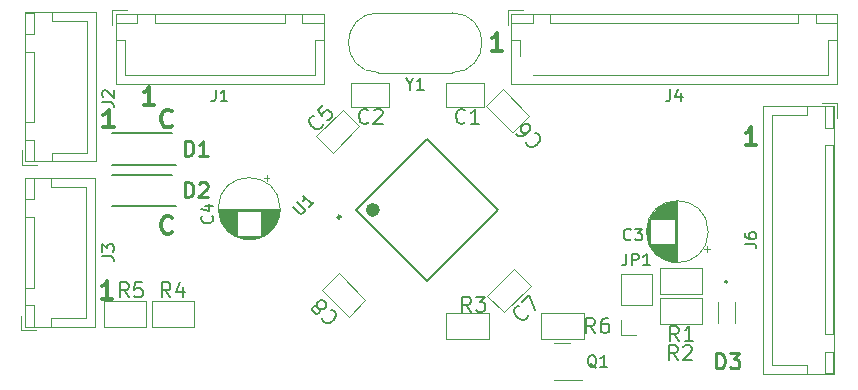
<source format=gbr>
%TF.GenerationSoftware,KiCad,Pcbnew,(6.0.5)*%
%TF.CreationDate,2022-06-13T21:30:09+05:30*%
%TF.ProjectId,pcb-dev-dsPIC30F3011,7063622d-6465-4762-9d64-735049433330,rev?*%
%TF.SameCoordinates,Original*%
%TF.FileFunction,Legend,Top*%
%TF.FilePolarity,Positive*%
%FSLAX46Y46*%
G04 Gerber Fmt 4.6, Leading zero omitted, Abs format (unit mm)*
G04 Created by KiCad (PCBNEW (6.0.5)) date 2022-06-13 21:30:09*
%MOMM*%
%LPD*%
G01*
G04 APERTURE LIST*
%ADD10C,0.300000*%
%ADD11C,0.150000*%
%ADD12C,0.254000*%
%ADD13C,0.080000*%
%ADD14C,0.120000*%
%ADD15C,0.599999*%
%ADD16C,0.249999*%
%ADD17C,0.200000*%
%ADD18C,0.100000*%
G04 APERTURE END LIST*
D10*
X135428571Y-120278571D02*
X134571428Y-120278571D01*
X135000000Y-120278571D02*
X135000000Y-118778571D01*
X134857142Y-118992857D01*
X134714285Y-119135714D01*
X134571428Y-119207142D01*
X136964285Y-122035714D02*
X136892857Y-122107142D01*
X136678571Y-122178571D01*
X136535714Y-122178571D01*
X136321428Y-122107142D01*
X136178571Y-121964285D01*
X136107142Y-121821428D01*
X136035714Y-121535714D01*
X136035714Y-121321428D01*
X136107142Y-121035714D01*
X136178571Y-120892857D01*
X136321428Y-120750000D01*
X136535714Y-120678571D01*
X136678571Y-120678571D01*
X136892857Y-120750000D01*
X136964285Y-120821428D01*
X164928571Y-115678571D02*
X164071428Y-115678571D01*
X164500000Y-115678571D02*
X164500000Y-114178571D01*
X164357142Y-114392857D01*
X164214285Y-114535714D01*
X164071428Y-114607142D01*
X131928571Y-136678571D02*
X131071428Y-136678571D01*
X131500000Y-136678571D02*
X131500000Y-135178571D01*
X131357142Y-135392857D01*
X131214285Y-135535714D01*
X131071428Y-135607142D01*
X132028571Y-122178571D02*
X131171428Y-122178571D01*
X131600000Y-122178571D02*
X131600000Y-120678571D01*
X131457142Y-120892857D01*
X131314285Y-121035714D01*
X131171428Y-121107142D01*
X136964285Y-131035714D02*
X136892857Y-131107142D01*
X136678571Y-131178571D01*
X136535714Y-131178571D01*
X136321428Y-131107142D01*
X136178571Y-130964285D01*
X136107142Y-130821428D01*
X136035714Y-130535714D01*
X136035714Y-130321428D01*
X136107142Y-130035714D01*
X136178571Y-129892857D01*
X136321428Y-129750000D01*
X136535714Y-129678571D01*
X136678571Y-129678571D01*
X136892857Y-129750000D01*
X136964285Y-129821428D01*
X186428571Y-123678571D02*
X185571428Y-123678571D01*
X186000000Y-123678571D02*
X186000000Y-122178571D01*
X185857142Y-122392857D01*
X185714285Y-122535714D01*
X185571428Y-122607142D01*
D11*
%TO.C,R6*%
X172788333Y-139574523D02*
X172365000Y-138969761D01*
X172062619Y-139574523D02*
X172062619Y-138304523D01*
X172546428Y-138304523D01*
X172667380Y-138365000D01*
X172727857Y-138425476D01*
X172788333Y-138546428D01*
X172788333Y-138727857D01*
X172727857Y-138848809D01*
X172667380Y-138909285D01*
X172546428Y-138969761D01*
X172062619Y-138969761D01*
X173876904Y-138304523D02*
X173635000Y-138304523D01*
X173514047Y-138365000D01*
X173453571Y-138425476D01*
X173332619Y-138606904D01*
X173272142Y-138848809D01*
X173272142Y-139332619D01*
X173332619Y-139453571D01*
X173393095Y-139514047D01*
X173514047Y-139574523D01*
X173755952Y-139574523D01*
X173876904Y-139514047D01*
X173937380Y-139453571D01*
X173997857Y-139332619D01*
X173997857Y-139030238D01*
X173937380Y-138909285D01*
X173876904Y-138848809D01*
X173755952Y-138788333D01*
X173514047Y-138788333D01*
X173393095Y-138848809D01*
X173332619Y-138909285D01*
X173272142Y-139030238D01*
%TO.C,Y1*%
X157083809Y-118501190D02*
X157083809Y-118977380D01*
X156750476Y-117977380D02*
X157083809Y-118501190D01*
X157417142Y-117977380D01*
X158274285Y-118977380D02*
X157702857Y-118977380D01*
X157988571Y-118977380D02*
X157988571Y-117977380D01*
X157893333Y-118120238D01*
X157798095Y-118215476D01*
X157702857Y-118263095D01*
%TO.C,U1*%
X147179836Y-128883835D02*
X147752256Y-129456254D01*
X147853271Y-129489926D01*
X147920615Y-129489926D01*
X148021630Y-129456254D01*
X148156317Y-129321567D01*
X148189989Y-129220552D01*
X148189989Y-129153209D01*
X148156317Y-129052193D01*
X147583897Y-128479774D01*
X148998111Y-128479774D02*
X148594050Y-128883835D01*
X148796080Y-128681804D02*
X148088973Y-127974697D01*
X148122645Y-128143056D01*
X148122645Y-128277743D01*
X148088973Y-128378758D01*
%TO.C,C7*%
X167098295Y-138043150D02*
X167098295Y-138128676D01*
X167012769Y-138299729D01*
X166927243Y-138385255D01*
X166756190Y-138470781D01*
X166585138Y-138470781D01*
X166456848Y-138428018D01*
X166243033Y-138299729D01*
X166114743Y-138171439D01*
X165986454Y-137957624D01*
X165943691Y-137829334D01*
X165943691Y-137658282D01*
X166029217Y-137487229D01*
X166114743Y-137401703D01*
X166285796Y-137316177D01*
X166371322Y-137316177D01*
X166585138Y-136931309D02*
X167183821Y-136332625D01*
X167696979Y-137615519D01*
%TO.C,JP1*%
X175441666Y-132862380D02*
X175441666Y-133576666D01*
X175394047Y-133719523D01*
X175298809Y-133814761D01*
X175155952Y-133862380D01*
X175060714Y-133862380D01*
X175917857Y-133862380D02*
X175917857Y-132862380D01*
X176298809Y-132862380D01*
X176394047Y-132910000D01*
X176441666Y-132957619D01*
X176489285Y-133052857D01*
X176489285Y-133195714D01*
X176441666Y-133290952D01*
X176394047Y-133338571D01*
X176298809Y-133386190D01*
X175917857Y-133386190D01*
X177441666Y-133862380D02*
X176870238Y-133862380D01*
X177155952Y-133862380D02*
X177155952Y-132862380D01*
X177060714Y-133005238D01*
X176965476Y-133100476D01*
X176870238Y-133148095D01*
%TO.C,C5*%
X149743808Y-121897638D02*
X149743808Y-121983164D01*
X149658282Y-122154217D01*
X149572756Y-122239743D01*
X149401703Y-122325269D01*
X149230651Y-122325269D01*
X149102361Y-122282506D01*
X148888546Y-122154217D01*
X148760256Y-122025927D01*
X148631967Y-121812112D01*
X148589204Y-121683822D01*
X148589204Y-121512770D01*
X148674730Y-121341717D01*
X148760256Y-121256191D01*
X148931309Y-121170665D01*
X149016835Y-121170665D01*
X149743808Y-120272639D02*
X149316177Y-120700270D01*
X149701045Y-121170665D01*
X149701045Y-121085139D01*
X149743808Y-120956849D01*
X149957624Y-120743034D01*
X150085913Y-120700270D01*
X150171439Y-120700270D01*
X150299729Y-120743034D01*
X150513544Y-120956849D01*
X150556307Y-121085139D01*
X150556307Y-121170665D01*
X150513544Y-121298954D01*
X150299729Y-121512770D01*
X150171439Y-121555533D01*
X150085913Y-121555533D01*
%TO.C,C2*%
X153588333Y-121753571D02*
X153527857Y-121814047D01*
X153346428Y-121874523D01*
X153225476Y-121874523D01*
X153044047Y-121814047D01*
X152923095Y-121693095D01*
X152862619Y-121572142D01*
X152802142Y-121330238D01*
X152802142Y-121148809D01*
X152862619Y-120906904D01*
X152923095Y-120785952D01*
X153044047Y-120665000D01*
X153225476Y-120604523D01*
X153346428Y-120604523D01*
X153527857Y-120665000D01*
X153588333Y-120725476D01*
X154072142Y-120725476D02*
X154132619Y-120665000D01*
X154253571Y-120604523D01*
X154555952Y-120604523D01*
X154676904Y-120665000D01*
X154737380Y-120725476D01*
X154797857Y-120846428D01*
X154797857Y-120967380D01*
X154737380Y-121148809D01*
X154011666Y-121874523D01*
X154797857Y-121874523D01*
%TO.C,C1*%
X161788333Y-121753571D02*
X161727857Y-121814047D01*
X161546428Y-121874523D01*
X161425476Y-121874523D01*
X161244047Y-121814047D01*
X161123095Y-121693095D01*
X161062619Y-121572142D01*
X161002142Y-121330238D01*
X161002142Y-121148809D01*
X161062619Y-120906904D01*
X161123095Y-120785952D01*
X161244047Y-120665000D01*
X161425476Y-120604523D01*
X161546428Y-120604523D01*
X161727857Y-120665000D01*
X161788333Y-120725476D01*
X162997857Y-121874523D02*
X162272142Y-121874523D01*
X162635000Y-121874523D02*
X162635000Y-120604523D01*
X162514047Y-120785952D01*
X162393095Y-120906904D01*
X162272142Y-120967380D01*
%TO.C,J4*%
X179166666Y-118952380D02*
X179166666Y-119666666D01*
X179119047Y-119809523D01*
X179023809Y-119904761D01*
X178880952Y-119952380D01*
X178785714Y-119952380D01*
X180071428Y-119285714D02*
X180071428Y-119952380D01*
X179833333Y-118904761D02*
X179595238Y-119619047D01*
X180214285Y-119619047D01*
%TO.C,C8*%
X150397638Y-137610678D02*
X150483164Y-137610678D01*
X150654217Y-137696204D01*
X150739743Y-137781731D01*
X150825269Y-137952783D01*
X150825269Y-138123835D01*
X150782506Y-138252125D01*
X150654217Y-138465940D01*
X150525927Y-138594230D01*
X150312112Y-138722519D01*
X150183822Y-138765282D01*
X150012770Y-138765282D01*
X149841717Y-138679756D01*
X149756191Y-138594230D01*
X149670665Y-138423177D01*
X149670665Y-138337651D01*
X149456849Y-137525152D02*
X149499612Y-137653441D01*
X149499612Y-137738967D01*
X149456849Y-137867257D01*
X149414086Y-137910020D01*
X149285797Y-137952783D01*
X149200270Y-137952783D01*
X149071981Y-137910020D01*
X148900929Y-137738967D01*
X148858165Y-137610678D01*
X148858165Y-137525152D01*
X148900929Y-137396862D01*
X148943692Y-137354099D01*
X149071981Y-137311336D01*
X149157507Y-137311336D01*
X149285797Y-137354099D01*
X149456849Y-137525152D01*
X149585139Y-137567915D01*
X149670665Y-137567915D01*
X149798954Y-137525152D01*
X149970007Y-137354099D01*
X150012770Y-137225810D01*
X150012770Y-137140284D01*
X149970007Y-137011994D01*
X149798954Y-136840942D01*
X149670665Y-136798179D01*
X149585139Y-136798179D01*
X149456849Y-136840942D01*
X149285797Y-137011994D01*
X149243034Y-137140284D01*
X149243034Y-137225810D01*
X149285797Y-137354099D01*
%TO.C,C6*%
X167708872Y-122656191D02*
X167794398Y-122656191D01*
X167965451Y-122741717D01*
X168050977Y-122827244D01*
X168136503Y-122998296D01*
X168136503Y-123169348D01*
X168093740Y-123297638D01*
X167965451Y-123511453D01*
X167837161Y-123639743D01*
X167623346Y-123768032D01*
X167495056Y-123810795D01*
X167324004Y-123810795D01*
X167152951Y-123725269D01*
X167067425Y-123639743D01*
X166981899Y-123468690D01*
X166981899Y-123383164D01*
X166126636Y-122698954D02*
X166297689Y-122870007D01*
X166425978Y-122912770D01*
X166511504Y-122912770D01*
X166725320Y-122870007D01*
X166939136Y-122741717D01*
X167281241Y-122399612D01*
X167324004Y-122271323D01*
X167324004Y-122185797D01*
X167281241Y-122057507D01*
X167110188Y-121886455D01*
X166981899Y-121843692D01*
X166896373Y-121843692D01*
X166768083Y-121886455D01*
X166554268Y-122100270D01*
X166511504Y-122228560D01*
X166511504Y-122314086D01*
X166554268Y-122442375D01*
X166725320Y-122613428D01*
X166853609Y-122656191D01*
X166939136Y-122656191D01*
X167067425Y-122613428D01*
%TO.C,R2*%
X179788333Y-141874523D02*
X179365000Y-141269761D01*
X179062619Y-141874523D02*
X179062619Y-140604523D01*
X179546428Y-140604523D01*
X179667380Y-140665000D01*
X179727857Y-140725476D01*
X179788333Y-140846428D01*
X179788333Y-141027857D01*
X179727857Y-141148809D01*
X179667380Y-141209285D01*
X179546428Y-141269761D01*
X179062619Y-141269761D01*
X180272142Y-140725476D02*
X180332619Y-140665000D01*
X180453571Y-140604523D01*
X180755952Y-140604523D01*
X180876904Y-140665000D01*
X180937380Y-140725476D01*
X180997857Y-140846428D01*
X180997857Y-140967380D01*
X180937380Y-141148809D01*
X180211666Y-141874523D01*
X180997857Y-141874523D01*
%TO.C,R5*%
X133288333Y-136574523D02*
X132865000Y-135969761D01*
X132562619Y-136574523D02*
X132562619Y-135304523D01*
X133046428Y-135304523D01*
X133167380Y-135365000D01*
X133227857Y-135425476D01*
X133288333Y-135546428D01*
X133288333Y-135727857D01*
X133227857Y-135848809D01*
X133167380Y-135909285D01*
X133046428Y-135969761D01*
X132562619Y-135969761D01*
X134437380Y-135304523D02*
X133832619Y-135304523D01*
X133772142Y-135909285D01*
X133832619Y-135848809D01*
X133953571Y-135788333D01*
X134255952Y-135788333D01*
X134376904Y-135848809D01*
X134437380Y-135909285D01*
X134497857Y-136030238D01*
X134497857Y-136332619D01*
X134437380Y-136453571D01*
X134376904Y-136514047D01*
X134255952Y-136574523D01*
X133953571Y-136574523D01*
X133832619Y-136514047D01*
X133772142Y-136453571D01*
%TO.C,R4*%
X136838333Y-136574523D02*
X136415000Y-135969761D01*
X136112619Y-136574523D02*
X136112619Y-135304523D01*
X136596428Y-135304523D01*
X136717380Y-135365000D01*
X136777857Y-135425476D01*
X136838333Y-135546428D01*
X136838333Y-135727857D01*
X136777857Y-135848809D01*
X136717380Y-135909285D01*
X136596428Y-135969761D01*
X136112619Y-135969761D01*
X137926904Y-135727857D02*
X137926904Y-136574523D01*
X137624523Y-135244047D02*
X137322142Y-136151190D01*
X138108333Y-136151190D01*
D12*
%TO.C,D2*%
X138062619Y-128074523D02*
X138062619Y-126804523D01*
X138365000Y-126804523D01*
X138546428Y-126865000D01*
X138667380Y-126985952D01*
X138727857Y-127106904D01*
X138788333Y-127348809D01*
X138788333Y-127530238D01*
X138727857Y-127772142D01*
X138667380Y-127893095D01*
X138546428Y-128014047D01*
X138365000Y-128074523D01*
X138062619Y-128074523D01*
X139272142Y-126925476D02*
X139332619Y-126865000D01*
X139453571Y-126804523D01*
X139755952Y-126804523D01*
X139876904Y-126865000D01*
X139937380Y-126925476D01*
X139997857Y-127046428D01*
X139997857Y-127167380D01*
X139937380Y-127348809D01*
X139211666Y-128074523D01*
X139997857Y-128074523D01*
D11*
%TO.C,J2*%
X131052380Y-120033333D02*
X131766666Y-120033333D01*
X131909523Y-120080952D01*
X132004761Y-120176190D01*
X132052380Y-120319047D01*
X132052380Y-120414285D01*
X131147619Y-119604761D02*
X131100000Y-119557142D01*
X131052380Y-119461904D01*
X131052380Y-119223809D01*
X131100000Y-119128571D01*
X131147619Y-119080952D01*
X131242857Y-119033333D01*
X131338095Y-119033333D01*
X131480952Y-119080952D01*
X132052380Y-119652380D01*
X132052380Y-119033333D01*
%TO.C,J1*%
X140666666Y-118977380D02*
X140666666Y-119691666D01*
X140619047Y-119834523D01*
X140523809Y-119929761D01*
X140380952Y-119977380D01*
X140285714Y-119977380D01*
X141666666Y-119977380D02*
X141095238Y-119977380D01*
X141380952Y-119977380D02*
X141380952Y-118977380D01*
X141285714Y-119120238D01*
X141190476Y-119215476D01*
X141095238Y-119263095D01*
%TO.C,C4*%
X140357142Y-129666666D02*
X140404761Y-129714285D01*
X140452380Y-129857142D01*
X140452380Y-129952380D01*
X140404761Y-130095238D01*
X140309523Y-130190476D01*
X140214285Y-130238095D01*
X140023809Y-130285714D01*
X139880952Y-130285714D01*
X139690476Y-130238095D01*
X139595238Y-130190476D01*
X139500000Y-130095238D01*
X139452380Y-129952380D01*
X139452380Y-129857142D01*
X139500000Y-129714285D01*
X139547619Y-129666666D01*
X139785714Y-128809523D02*
X140452380Y-128809523D01*
X139404761Y-129047619D02*
X140119047Y-129285714D01*
X140119047Y-128666666D01*
%TO.C,Q1*%
X172904761Y-142547619D02*
X172809523Y-142500000D01*
X172714285Y-142404761D01*
X172571428Y-142261904D01*
X172476190Y-142214285D01*
X172380952Y-142214285D01*
X172428571Y-142452380D02*
X172333333Y-142404761D01*
X172238095Y-142309523D01*
X172190476Y-142119047D01*
X172190476Y-141785714D01*
X172238095Y-141595238D01*
X172333333Y-141500000D01*
X172428571Y-141452380D01*
X172619047Y-141452380D01*
X172714285Y-141500000D01*
X172809523Y-141595238D01*
X172857142Y-141785714D01*
X172857142Y-142119047D01*
X172809523Y-142309523D01*
X172714285Y-142404761D01*
X172619047Y-142452380D01*
X172428571Y-142452380D01*
X173809523Y-142452380D02*
X173238095Y-142452380D01*
X173523809Y-142452380D02*
X173523809Y-141452380D01*
X173428571Y-141595238D01*
X173333333Y-141690476D01*
X173238095Y-141738095D01*
D12*
%TO.C,D3*%
X183062619Y-142574523D02*
X183062619Y-141304523D01*
X183365000Y-141304523D01*
X183546428Y-141365000D01*
X183667380Y-141485952D01*
X183727857Y-141606904D01*
X183788333Y-141848809D01*
X183788333Y-142030238D01*
X183727857Y-142272142D01*
X183667380Y-142393095D01*
X183546428Y-142514047D01*
X183365000Y-142574523D01*
X183062619Y-142574523D01*
X184211666Y-141304523D02*
X184997857Y-141304523D01*
X184574523Y-141788333D01*
X184755952Y-141788333D01*
X184876904Y-141848809D01*
X184937380Y-141909285D01*
X184997857Y-142030238D01*
X184997857Y-142332619D01*
X184937380Y-142453571D01*
X184876904Y-142514047D01*
X184755952Y-142574523D01*
X184393095Y-142574523D01*
X184272142Y-142514047D01*
X184211666Y-142453571D01*
%TO.C,D1*%
X138062619Y-124574523D02*
X138062619Y-123304523D01*
X138365000Y-123304523D01*
X138546428Y-123365000D01*
X138667380Y-123485952D01*
X138727857Y-123606904D01*
X138788333Y-123848809D01*
X138788333Y-124030238D01*
X138727857Y-124272142D01*
X138667380Y-124393095D01*
X138546428Y-124514047D01*
X138365000Y-124574523D01*
X138062619Y-124574523D01*
X139997857Y-124574523D02*
X139272142Y-124574523D01*
X139635000Y-124574523D02*
X139635000Y-123304523D01*
X139514047Y-123485952D01*
X139393095Y-123606904D01*
X139272142Y-123667380D01*
D11*
%TO.C,J6*%
X185452380Y-132033333D02*
X186166666Y-132033333D01*
X186309523Y-132080952D01*
X186404761Y-132176190D01*
X186452380Y-132319047D01*
X186452380Y-132414285D01*
X185452380Y-131128571D02*
X185452380Y-131319047D01*
X185500000Y-131414285D01*
X185547619Y-131461904D01*
X185690476Y-131557142D01*
X185880952Y-131604761D01*
X186261904Y-131604761D01*
X186357142Y-131557142D01*
X186404761Y-131509523D01*
X186452380Y-131414285D01*
X186452380Y-131223809D01*
X186404761Y-131128571D01*
X186357142Y-131080952D01*
X186261904Y-131033333D01*
X186023809Y-131033333D01*
X185928571Y-131080952D01*
X185880952Y-131128571D01*
X185833333Y-131223809D01*
X185833333Y-131414285D01*
X185880952Y-131509523D01*
X185928571Y-131557142D01*
X186023809Y-131604761D01*
%TO.C,R1*%
X179888333Y-140274523D02*
X179465000Y-139669761D01*
X179162619Y-140274523D02*
X179162619Y-139004523D01*
X179646428Y-139004523D01*
X179767380Y-139065000D01*
X179827857Y-139125476D01*
X179888333Y-139246428D01*
X179888333Y-139427857D01*
X179827857Y-139548809D01*
X179767380Y-139609285D01*
X179646428Y-139669761D01*
X179162619Y-139669761D01*
X181097857Y-140274523D02*
X180372142Y-140274523D01*
X180735000Y-140274523D02*
X180735000Y-139004523D01*
X180614047Y-139185952D01*
X180493095Y-139306904D01*
X180372142Y-139367380D01*
%TO.C,J3*%
X131052380Y-133083333D02*
X131766666Y-133083333D01*
X131909523Y-133130952D01*
X132004761Y-133226190D01*
X132052380Y-133369047D01*
X132052380Y-133464285D01*
X131052380Y-132702380D02*
X131052380Y-132083333D01*
X131433333Y-132416666D01*
X131433333Y-132273809D01*
X131480952Y-132178571D01*
X131528571Y-132130952D01*
X131623809Y-132083333D01*
X131861904Y-132083333D01*
X131957142Y-132130952D01*
X132004761Y-132178571D01*
X132052380Y-132273809D01*
X132052380Y-132559523D01*
X132004761Y-132654761D01*
X131957142Y-132702380D01*
%TO.C,R3*%
X162288333Y-137774523D02*
X161865000Y-137169761D01*
X161562619Y-137774523D02*
X161562619Y-136504523D01*
X162046428Y-136504523D01*
X162167380Y-136565000D01*
X162227857Y-136625476D01*
X162288333Y-136746428D01*
X162288333Y-136927857D01*
X162227857Y-137048809D01*
X162167380Y-137109285D01*
X162046428Y-137169761D01*
X161562619Y-137169761D01*
X162711666Y-136504523D02*
X163497857Y-136504523D01*
X163074523Y-136988333D01*
X163255952Y-136988333D01*
X163376904Y-137048809D01*
X163437380Y-137109285D01*
X163497857Y-137230238D01*
X163497857Y-137532619D01*
X163437380Y-137653571D01*
X163376904Y-137714047D01*
X163255952Y-137774523D01*
X162893095Y-137774523D01*
X162772142Y-137714047D01*
X162711666Y-137653571D01*
%TO.C,C3*%
X175833333Y-131641142D02*
X175785714Y-131688761D01*
X175642857Y-131736380D01*
X175547619Y-131736380D01*
X175404761Y-131688761D01*
X175309523Y-131593523D01*
X175261904Y-131498285D01*
X175214285Y-131307809D01*
X175214285Y-131164952D01*
X175261904Y-130974476D01*
X175309523Y-130879238D01*
X175404761Y-130784000D01*
X175547619Y-130736380D01*
X175642857Y-130736380D01*
X175785714Y-130784000D01*
X175833333Y-130831619D01*
X176166666Y-130736380D02*
X176785714Y-130736380D01*
X176452380Y-131117333D01*
X176595238Y-131117333D01*
X176690476Y-131164952D01*
X176738095Y-131212571D01*
X176785714Y-131307809D01*
X176785714Y-131545904D01*
X176738095Y-131641142D01*
X176690476Y-131688761D01*
X176595238Y-131736380D01*
X176309523Y-131736380D01*
X176214285Y-131688761D01*
X176166666Y-131641142D01*
D13*
%TO.C,R6*%
X168250000Y-137900000D02*
X171850000Y-137900000D01*
X171850000Y-137900000D02*
X171850000Y-140100000D01*
X168250000Y-140100000D02*
X168250000Y-137900000D01*
X171850000Y-140100000D02*
X168250000Y-140100000D01*
D14*
%TO.C,Y1*%
X160685000Y-117525000D02*
X154435000Y-117525000D01*
X160685000Y-112475000D02*
X154435000Y-112475000D01*
X154435000Y-112475000D02*
G75*
G03*
X154435000Y-117525000I0J-2525000D01*
G01*
X160685000Y-117525000D02*
G75*
G03*
X160685000Y-112475000I0J2525000D01*
G01*
D11*
%TO.C,U1*%
X158572756Y-135165216D02*
X152562348Y-129154808D01*
X164583164Y-129154808D02*
X158572756Y-123144400D01*
X158572756Y-135165216D02*
X164583164Y-129154808D01*
X152562348Y-129154808D02*
X158572756Y-123144400D01*
D15*
X154276561Y-129154809D02*
G75*
G03*
X154276561Y-129154809I-299999J0D01*
G01*
D16*
X151237781Y-129755850D02*
G75*
G03*
X151237781Y-129755850I-125001J0D01*
G01*
D13*
%TO.C,C7*%
X167338478Y-135575736D02*
X167267767Y-135646447D01*
X165075736Y-137838478D02*
X163661522Y-136424264D01*
X167267767Y-135646447D02*
X165075736Y-137838478D01*
X163661522Y-136424264D02*
X165924264Y-134161522D01*
X165924264Y-134161522D02*
X167338478Y-135575736D01*
D14*
%TO.C,JP1*%
X174945000Y-137180000D02*
X174945000Y-134580000D01*
X177605000Y-137180000D02*
X177605000Y-134580000D01*
X177605000Y-137180000D02*
X174945000Y-137180000D01*
X177605000Y-134580000D02*
X174945000Y-134580000D01*
X174945000Y-139780000D02*
X174945000Y-138450000D01*
X176275000Y-139780000D02*
X174945000Y-139780000D01*
D13*
%TO.C,C5*%
X150575736Y-124338478D02*
X149161522Y-122924264D01*
X152838478Y-122075736D02*
X150575736Y-124338478D01*
X149232233Y-122853553D02*
X151424264Y-120661522D01*
X149161522Y-122924264D02*
X149232233Y-122853553D01*
X151424264Y-120661522D02*
X152838478Y-122075736D01*
%TO.C,C2*%
X155362756Y-118427244D02*
X155362756Y-120427244D01*
X152162756Y-118427244D02*
X155362756Y-118427244D01*
X152162756Y-120427244D02*
X152162756Y-118427244D01*
X155362756Y-120427244D02*
X155262756Y-120427244D01*
X155262756Y-120427244D02*
X152162756Y-120427244D01*
%TO.C,C1*%
X160162756Y-118427244D02*
X160262756Y-118427244D01*
X160262756Y-118427244D02*
X163362756Y-118427244D01*
X163362756Y-120427244D02*
X160162756Y-120427244D01*
X163362756Y-118427244D02*
X163362756Y-120427244D01*
X160162756Y-120427244D02*
X160162756Y-118427244D01*
D14*
%TO.C,J4*%
X193300000Y-114800000D02*
X192550000Y-114800000D01*
X179500000Y-117750000D02*
X167510000Y-117750000D01*
X169000000Y-112550000D02*
X169000000Y-113300000D01*
X190000000Y-112550000D02*
X169000000Y-112550000D01*
X192550000Y-114800000D02*
X192550000Y-117750000D01*
X166450000Y-114800000D02*
X166450000Y-116140000D01*
X165700000Y-112550000D02*
X165700000Y-113300000D01*
X192550000Y-117750000D02*
X179500000Y-117750000D01*
X165690000Y-112540000D02*
X165690000Y-118510000D01*
X165700000Y-114800000D02*
X166450000Y-114800000D01*
X193300000Y-112550000D02*
X191500000Y-112550000D01*
X165690000Y-118510000D02*
X193310000Y-118510000D01*
X193310000Y-112540000D02*
X165690000Y-112540000D01*
X167500000Y-113300000D02*
X167500000Y-112550000D01*
X166650000Y-112250000D02*
X165400000Y-112250000D01*
X193310000Y-118510000D02*
X193310000Y-112540000D01*
X167500000Y-112550000D02*
X165700000Y-112550000D01*
X191500000Y-113300000D02*
X193300000Y-113300000D01*
X165400000Y-112250000D02*
X165400000Y-113500000D01*
X169000000Y-113300000D02*
X190000000Y-113300000D01*
X193300000Y-113300000D02*
X193300000Y-112550000D01*
X191500000Y-112550000D02*
X191500000Y-113300000D01*
X190000000Y-113300000D02*
X190000000Y-112550000D01*
X165700000Y-113300000D02*
X167500000Y-113300000D01*
D13*
%TO.C,C8*%
X151075736Y-134516010D02*
X153338478Y-136778752D01*
X151924264Y-138192966D02*
X151853553Y-138122255D01*
X149661522Y-135930224D02*
X151075736Y-134516010D01*
X151853553Y-138122255D02*
X149661522Y-135930224D01*
X153338478Y-136778752D02*
X151924264Y-138192966D01*
%TO.C,C6*%
X167238478Y-121178752D02*
X165824264Y-122592966D01*
X165824264Y-122592966D02*
X165753553Y-122522255D01*
X165753553Y-122522255D02*
X163561522Y-120330224D01*
X163561522Y-120330224D02*
X164975736Y-118916010D01*
X164975736Y-118916010D02*
X167238478Y-121178752D01*
%TO.C,R2*%
X181850000Y-138805113D02*
X178250000Y-138805113D01*
X181850000Y-136605113D02*
X181850000Y-138805113D01*
X178250000Y-136605113D02*
X181850000Y-136605113D01*
X178250000Y-138805113D02*
X178250000Y-136605113D01*
%TO.C,R5*%
X134800000Y-136900000D02*
X134800000Y-139100000D01*
X134800000Y-139100000D02*
X131200000Y-139100000D01*
X131200000Y-136900000D02*
X134800000Y-136900000D01*
X131200000Y-139100000D02*
X131200000Y-136900000D01*
%TO.C,R4*%
X138850000Y-136900000D02*
X138850000Y-139100000D01*
X135250000Y-139100000D02*
X135250000Y-136900000D01*
X135250000Y-136900000D02*
X138850000Y-136900000D01*
X138850000Y-139100000D02*
X135250000Y-139100000D01*
D17*
%TO.C,D2*%
X137002000Y-126168000D02*
X131898000Y-126168000D01*
X131898000Y-128832000D02*
X137275000Y-128832000D01*
D14*
%TO.C,J2*%
X124550000Y-123250000D02*
X124550000Y-125050000D01*
X125300000Y-121750000D02*
X125300000Y-115750000D01*
X124550000Y-121750000D02*
X125300000Y-121750000D01*
X124250000Y-124100000D02*
X124250000Y-125350000D01*
X125300000Y-112450000D02*
X124550000Y-112450000D01*
X129750000Y-113200000D02*
X129750000Y-118750000D01*
X125300000Y-114250000D02*
X125300000Y-112450000D01*
X124250000Y-125350000D02*
X125500000Y-125350000D01*
X129750000Y-124300000D02*
X129750000Y-118750000D01*
X124540000Y-112440000D02*
X124540000Y-125060000D01*
X124550000Y-114250000D02*
X125300000Y-114250000D01*
X124550000Y-115750000D02*
X124550000Y-121750000D01*
X125300000Y-125050000D02*
X125300000Y-123250000D01*
X126800000Y-124300000D02*
X129750000Y-124300000D01*
X124550000Y-125050000D02*
X125300000Y-125050000D01*
X124540000Y-125060000D02*
X130510000Y-125060000D01*
X125300000Y-115750000D02*
X124550000Y-115750000D01*
X130510000Y-112440000D02*
X124540000Y-112440000D01*
X126800000Y-113200000D02*
X129750000Y-113200000D01*
X124550000Y-112450000D02*
X124550000Y-114250000D01*
X126800000Y-112450000D02*
X126800000Y-113200000D01*
X126800000Y-125050000D02*
X126800000Y-124300000D01*
X130510000Y-125060000D02*
X130510000Y-112440000D01*
X125300000Y-123250000D02*
X124550000Y-123250000D01*
%TO.C,J1*%
X149800000Y-113300000D02*
X149800000Y-112550000D01*
X146500000Y-113300000D02*
X146500000Y-112550000D01*
X149810000Y-118510000D02*
X149810000Y-112540000D01*
X149810000Y-112540000D02*
X132190000Y-112540000D01*
X132200000Y-112550000D02*
X132200000Y-113300000D01*
X131900000Y-112250000D02*
X131900000Y-113500000D01*
X134000000Y-113300000D02*
X134000000Y-112550000D01*
X149800000Y-114800000D02*
X149050000Y-114800000D01*
X132950000Y-114800000D02*
X132950000Y-117750000D01*
X149800000Y-112550000D02*
X148000000Y-112550000D01*
X134000000Y-112550000D02*
X132200000Y-112550000D01*
X132950000Y-117750000D02*
X141000000Y-117750000D01*
X135500000Y-113300000D02*
X146500000Y-113300000D01*
X132200000Y-113300000D02*
X134000000Y-113300000D01*
X146500000Y-112550000D02*
X135500000Y-112550000D01*
X135500000Y-112550000D02*
X135500000Y-113300000D01*
X148000000Y-113300000D02*
X149800000Y-113300000D01*
X133150000Y-112250000D02*
X131900000Y-112250000D01*
X149050000Y-117750000D02*
X141000000Y-117750000D01*
X132190000Y-112540000D02*
X132190000Y-118510000D01*
X132200000Y-114800000D02*
X132950000Y-114800000D01*
X132190000Y-118510000D02*
X149810000Y-118510000D01*
X148000000Y-112550000D02*
X148000000Y-113300000D01*
X149050000Y-114800000D02*
X149050000Y-117750000D01*
%TO.C,C4*%
X142460000Y-129364888D02*
X140939000Y-129364888D01*
X146043000Y-129484888D02*
X144540000Y-129484888D01*
X142460000Y-129484888D02*
X140957000Y-129484888D01*
X142460000Y-130765888D02*
X141563000Y-130765888D01*
X142460000Y-130805888D02*
X141599000Y-130805888D01*
X142460000Y-129444888D02*
X140950000Y-129444888D01*
X142460000Y-130565888D02*
X141405000Y-130565888D01*
X145535000Y-130645888D02*
X144540000Y-130645888D01*
X142460000Y-131165888D02*
X142000000Y-131165888D01*
X145225000Y-126490113D02*
X144725000Y-126490113D01*
X146080000Y-129084888D02*
X140920000Y-129084888D01*
X144975000Y-126240113D02*
X144975000Y-126740113D01*
X142460000Y-130885888D02*
X141674000Y-130885888D01*
X146036000Y-129524888D02*
X144540000Y-129524888D01*
X142460000Y-130525888D02*
X141378000Y-130525888D01*
X142460000Y-131205888D02*
X142057000Y-131205888D01*
X142460000Y-131245888D02*
X142117000Y-131245888D01*
X144511000Y-131445888D02*
X142489000Y-131445888D01*
X142460000Y-130725888D02*
X141529000Y-130725888D01*
X146080000Y-129044888D02*
X140920000Y-129044888D01*
X142460000Y-130205888D02*
X141190000Y-130205888D01*
X145724000Y-130365888D02*
X144540000Y-130365888D01*
X142460000Y-131045888D02*
X141847000Y-131045888D01*
X145000000Y-131165888D02*
X144540000Y-131165888D01*
X145747000Y-130325888D02*
X144540000Y-130325888D01*
X142460000Y-130485888D02*
X141351000Y-130485888D01*
X142460000Y-131085888D02*
X141895000Y-131085888D01*
X145942000Y-129885888D02*
X144540000Y-129885888D01*
X142460000Y-130245888D02*
X141210000Y-130245888D01*
X145810000Y-130205888D02*
X144540000Y-130205888D01*
X143784000Y-131645888D02*
X143216000Y-131645888D01*
X145504000Y-130685888D02*
X144540000Y-130685888D01*
X142460000Y-130005888D02*
X141102000Y-130005888D01*
X142460000Y-130365888D02*
X141276000Y-130365888D01*
X145768000Y-130285888D02*
X144540000Y-130285888D01*
X145968000Y-129805888D02*
X144540000Y-129805888D01*
X145928000Y-129925888D02*
X144540000Y-129925888D01*
X146073000Y-129244888D02*
X140927000Y-129244888D01*
X142460000Y-129805888D02*
X141032000Y-129805888D01*
X145565000Y-130605888D02*
X144540000Y-130605888D01*
X142460000Y-130325888D02*
X141253000Y-130325888D01*
X145437000Y-130765888D02*
X144540000Y-130765888D01*
X145326000Y-130885888D02*
X144540000Y-130885888D01*
X144598000Y-131405888D02*
X142402000Y-131405888D01*
X145790000Y-130245888D02*
X144540000Y-130245888D01*
X145882000Y-130045888D02*
X144540000Y-130045888D01*
X144177000Y-131565888D02*
X142823000Y-131565888D01*
X144819000Y-131285888D02*
X144540000Y-131285888D01*
X142460000Y-131125888D02*
X141946000Y-131125888D01*
X142460000Y-130125888D02*
X141152000Y-130125888D01*
X142460000Y-129965888D02*
X141086000Y-129965888D01*
X145153000Y-131045888D02*
X144540000Y-131045888D01*
X142460000Y-130925888D02*
X141715000Y-130925888D01*
X142460000Y-130605888D02*
X141435000Y-130605888D01*
X146078000Y-129164888D02*
X140922000Y-129164888D01*
X142460000Y-129324888D02*
X140935000Y-129324888D01*
X142460000Y-129524888D02*
X140964000Y-129524888D01*
X145105000Y-131085888D02*
X144540000Y-131085888D01*
X142460000Y-129644888D02*
X140989000Y-129644888D01*
X146069000Y-129284888D02*
X144540000Y-129284888D01*
X145865000Y-130085888D02*
X144540000Y-130085888D01*
X142460000Y-130405888D02*
X141300000Y-130405888D01*
X142460000Y-131005888D02*
X141801000Y-131005888D01*
X144943000Y-131205888D02*
X144540000Y-131205888D01*
X142460000Y-130285888D02*
X141232000Y-130285888D01*
X145700000Y-130405888D02*
X144540000Y-130405888D01*
X142460000Y-129284888D02*
X140931000Y-129284888D01*
X144883000Y-131245888D02*
X144540000Y-131245888D01*
X144415000Y-131485888D02*
X142585000Y-131485888D01*
X142460000Y-130445888D02*
X141325000Y-130445888D01*
X142460000Y-130685888D02*
X141496000Y-130685888D01*
X145675000Y-130445888D02*
X144540000Y-130445888D01*
X142460000Y-130645888D02*
X141465000Y-130645888D01*
X144018000Y-131605888D02*
X142982000Y-131605888D01*
X142460000Y-129724888D02*
X141009000Y-129724888D01*
X145829000Y-130165888D02*
X144540000Y-130165888D01*
X144305000Y-131525888D02*
X142695000Y-131525888D01*
X145199000Y-131005888D02*
X144540000Y-131005888D01*
X145955000Y-129845888D02*
X144540000Y-129845888D01*
X145980000Y-129765888D02*
X144540000Y-129765888D01*
X146065000Y-129324888D02*
X144540000Y-129324888D01*
X144751000Y-131325888D02*
X144540000Y-131325888D01*
X146020000Y-129604888D02*
X144540000Y-129604888D01*
X145914000Y-129965888D02*
X144540000Y-129965888D01*
X146050000Y-129444888D02*
X144540000Y-129444888D01*
X145401000Y-130805888D02*
X144540000Y-130805888D01*
X146001000Y-129684888D02*
X144540000Y-129684888D01*
X146056000Y-129404888D02*
X144540000Y-129404888D01*
X142460000Y-129765888D02*
X141020000Y-129765888D01*
X146076000Y-129204888D02*
X140924000Y-129204888D01*
X144678000Y-131365888D02*
X142322000Y-131365888D01*
X142460000Y-129564888D02*
X140972000Y-129564888D01*
X146061000Y-129364888D02*
X144540000Y-129364888D01*
X142460000Y-129604888D02*
X140980000Y-129604888D01*
X142460000Y-129404888D02*
X140944000Y-129404888D01*
X146079000Y-129124888D02*
X140921000Y-129124888D01*
X142460000Y-130965888D02*
X141757000Y-130965888D01*
X145595000Y-130565888D02*
X144540000Y-130565888D01*
X145622000Y-130525888D02*
X144540000Y-130525888D01*
X145243000Y-130965888D02*
X144540000Y-130965888D01*
X145848000Y-130125888D02*
X144540000Y-130125888D01*
X145054000Y-131125888D02*
X144540000Y-131125888D01*
X142460000Y-129845888D02*
X141045000Y-129845888D01*
X142460000Y-130845888D02*
X141636000Y-130845888D01*
X142460000Y-131285888D02*
X142181000Y-131285888D01*
X145471000Y-130725888D02*
X144540000Y-130725888D01*
X145898000Y-130005888D02*
X144540000Y-130005888D01*
X145285000Y-130925888D02*
X144540000Y-130925888D01*
X142460000Y-131325888D02*
X142249000Y-131325888D01*
X146028000Y-129564888D02*
X144540000Y-129564888D01*
X145364000Y-130845888D02*
X144540000Y-130845888D01*
X142460000Y-130165888D02*
X141171000Y-130165888D01*
X142460000Y-130045888D02*
X141118000Y-130045888D01*
X142460000Y-129925888D02*
X141072000Y-129925888D01*
X142460000Y-129684888D02*
X140999000Y-129684888D01*
X142460000Y-130085888D02*
X141135000Y-130085888D01*
X146011000Y-129644888D02*
X144540000Y-129644888D01*
X145991000Y-129724888D02*
X144540000Y-129724888D01*
X145649000Y-130485888D02*
X144540000Y-130485888D01*
X142460000Y-129885888D02*
X141058000Y-129885888D01*
X146120000Y-129044888D02*
G75*
G03*
X146120000Y-129044888I-2620000J0D01*
G01*
%TO.C,Q1*%
X170000000Y-143560000D02*
X171675000Y-143560000D01*
X170000000Y-143560000D02*
X169350000Y-143560000D01*
X170000000Y-140440000D02*
X170650000Y-140440000D01*
X170000000Y-140440000D02*
X169350000Y-140440000D01*
D17*
%TO.C,D3*%
X184000000Y-135250000D02*
X184000000Y-135250000D01*
D18*
X184600000Y-136950000D02*
X184600000Y-138750000D01*
X183200000Y-136950000D02*
X183200000Y-138750000D01*
D17*
X183800000Y-135250000D02*
X183800000Y-135250000D01*
X184000000Y-135250000D02*
G75*
G03*
X183800000Y-135250000I-100000J0D01*
G01*
X183800000Y-135250000D02*
G75*
G03*
X184000000Y-135250000I100000J0D01*
G01*
%TO.C,D1*%
X131898000Y-125332000D02*
X137275000Y-125332000D01*
X137002000Y-122668000D02*
X131898000Y-122668000D01*
D14*
%TO.C,J6*%
X193275000Y-121350000D02*
X193275000Y-120100000D01*
X193275000Y-120100000D02*
X192025000Y-120100000D01*
X187775000Y-142250000D02*
X187775000Y-131700000D01*
X190725000Y-142250000D02*
X187775000Y-142250000D01*
X192975000Y-120400000D02*
X192225000Y-120400000D01*
X190725000Y-121150000D02*
X187775000Y-121150000D01*
X192975000Y-143000000D02*
X192975000Y-141200000D01*
X192225000Y-139700000D02*
X192975000Y-139700000D01*
X192225000Y-122200000D02*
X192975000Y-122200000D01*
X187015000Y-143010000D02*
X192985000Y-143010000D01*
X192975000Y-122200000D02*
X192975000Y-120400000D01*
X192975000Y-139700000D02*
X192975000Y-123700000D01*
X192225000Y-141200000D02*
X192225000Y-143000000D01*
X190725000Y-143000000D02*
X190725000Y-142250000D01*
X192225000Y-120400000D02*
X192225000Y-122200000D01*
X192975000Y-141200000D02*
X192225000Y-141200000D01*
X192985000Y-120390000D02*
X187015000Y-120390000D01*
X192975000Y-123700000D02*
X192225000Y-123700000D01*
X192225000Y-143000000D02*
X192975000Y-143000000D01*
X187015000Y-120390000D02*
X187015000Y-143010000D01*
X192225000Y-123700000D02*
X192225000Y-139700000D01*
X192985000Y-143010000D02*
X192985000Y-120390000D01*
X190725000Y-120400000D02*
X190725000Y-121150000D01*
X187775000Y-121150000D02*
X187775000Y-131700000D01*
D13*
%TO.C,R1*%
X178250000Y-136305113D02*
X178250000Y-134105113D01*
X181850000Y-136305113D02*
X178250000Y-136305113D01*
X178250000Y-134105113D02*
X181850000Y-134105113D01*
X181850000Y-134105113D02*
X181850000Y-136305113D01*
D14*
%TO.C,J3*%
X125250000Y-128250000D02*
X125250000Y-126450000D01*
X125250000Y-137250000D02*
X124500000Y-137250000D01*
X126750000Y-138300000D02*
X129700000Y-138300000D01*
X129700000Y-127200000D02*
X129700000Y-132750000D01*
X124500000Y-129750000D02*
X124500000Y-135750000D01*
X125250000Y-139050000D02*
X125250000Y-137250000D01*
X124500000Y-126450000D02*
X124500000Y-128250000D01*
X125250000Y-129750000D02*
X124500000Y-129750000D01*
X124490000Y-139060000D02*
X130460000Y-139060000D01*
X126750000Y-126450000D02*
X126750000Y-127200000D01*
X124200000Y-139350000D02*
X125450000Y-139350000D01*
X124200000Y-138100000D02*
X124200000Y-139350000D01*
X126750000Y-139050000D02*
X126750000Y-138300000D01*
X125250000Y-126450000D02*
X124500000Y-126450000D01*
X129700000Y-138300000D02*
X129700000Y-132750000D01*
X126750000Y-127200000D02*
X129700000Y-127200000D01*
X124490000Y-126440000D02*
X124490000Y-139060000D01*
X125250000Y-135750000D02*
X125250000Y-129750000D01*
X124500000Y-139050000D02*
X125250000Y-139050000D01*
X130460000Y-139060000D02*
X130460000Y-126440000D01*
X124500000Y-135750000D02*
X125250000Y-135750000D01*
X124500000Y-128250000D02*
X125250000Y-128250000D01*
X130460000Y-126440000D02*
X124490000Y-126440000D01*
X124500000Y-137250000D02*
X124500000Y-139050000D01*
D13*
%TO.C,R3*%
X160200000Y-137900000D02*
X163800000Y-137900000D01*
X160200000Y-140100000D02*
X160200000Y-137900000D01*
X163800000Y-140100000D02*
X160200000Y-140100000D01*
X163800000Y-137900000D02*
X163800000Y-140100000D01*
D14*
%TO.C,C3*%
X178909000Y-133442000D02*
X178909000Y-132040000D01*
X182304775Y-132725000D02*
X182304775Y-132225000D01*
X178349000Y-133175000D02*
X178349000Y-132040000D01*
X177949000Y-132864000D02*
X177949000Y-132040000D01*
X177629000Y-129960000D02*
X177629000Y-129500000D01*
X178709000Y-129960000D02*
X178709000Y-128635000D01*
X178229000Y-133095000D02*
X178229000Y-132040000D01*
X179510000Y-133569000D02*
X179510000Y-132040000D01*
X179630000Y-133578000D02*
X179630000Y-128422000D01*
X177669000Y-132554000D02*
X177669000Y-132040000D01*
X178029000Y-132937000D02*
X178029000Y-132040000D01*
X178829000Y-133414000D02*
X178829000Y-132040000D01*
X177589000Y-129960000D02*
X177589000Y-129557000D01*
X179670000Y-133579000D02*
X179670000Y-128421000D01*
X179029000Y-133480000D02*
X179029000Y-132040000D01*
X178869000Y-129960000D02*
X178869000Y-128572000D01*
X179430000Y-133561000D02*
X179430000Y-132040000D01*
X177749000Y-129960000D02*
X177749000Y-129347000D01*
X178149000Y-129960000D02*
X178149000Y-128965000D01*
X179470000Y-129960000D02*
X179470000Y-128435000D01*
X179270000Y-133536000D02*
X179270000Y-132040000D01*
X177469000Y-132251000D02*
X177469000Y-132040000D01*
X178429000Y-129960000D02*
X178429000Y-128776000D01*
X179110000Y-129960000D02*
X179110000Y-128499000D01*
X179350000Y-133550000D02*
X179350000Y-132040000D01*
X177869000Y-129960000D02*
X177869000Y-129215000D01*
X178949000Y-133455000D02*
X178949000Y-132040000D01*
X177949000Y-129960000D02*
X177949000Y-129136000D01*
X178229000Y-129960000D02*
X178229000Y-128905000D01*
X178749000Y-129960000D02*
X178749000Y-128618000D01*
X179029000Y-129960000D02*
X179029000Y-128520000D01*
X178069000Y-129960000D02*
X178069000Y-129029000D01*
X178149000Y-133035000D02*
X178149000Y-132040000D01*
X177669000Y-129960000D02*
X177669000Y-129446000D01*
X178629000Y-129960000D02*
X178629000Y-128671000D01*
X179110000Y-133501000D02*
X179110000Y-132040000D01*
X178589000Y-133310000D02*
X178589000Y-132040000D01*
X177309000Y-131915000D02*
X177309000Y-130085000D01*
X178549000Y-133290000D02*
X178549000Y-132040000D01*
X178029000Y-129960000D02*
X178029000Y-129063000D01*
X177429000Y-132178000D02*
X177429000Y-129822000D01*
X177909000Y-129960000D02*
X177909000Y-129174000D01*
X177229000Y-131677000D02*
X177229000Y-130323000D01*
X179550000Y-133573000D02*
X179550000Y-128427000D01*
X178869000Y-133428000D02*
X178869000Y-132040000D01*
X178709000Y-133365000D02*
X178709000Y-132040000D01*
X178669000Y-129960000D02*
X178669000Y-128652000D01*
X179230000Y-133528000D02*
X179230000Y-132040000D01*
X177469000Y-129960000D02*
X177469000Y-129749000D01*
X178789000Y-129960000D02*
X178789000Y-128602000D01*
X177989000Y-129960000D02*
X177989000Y-129099000D01*
X177629000Y-132500000D02*
X177629000Y-132040000D01*
X178189000Y-133065000D02*
X178189000Y-132040000D01*
X178269000Y-129960000D02*
X178269000Y-128878000D01*
X177549000Y-129960000D02*
X177549000Y-129617000D01*
X178509000Y-133268000D02*
X178509000Y-132040000D01*
X178749000Y-133382000D02*
X178749000Y-132040000D01*
X179070000Y-133491000D02*
X179070000Y-132040000D01*
X179310000Y-129960000D02*
X179310000Y-128457000D01*
X182554775Y-132475000D02*
X182054775Y-132475000D01*
X179230000Y-129960000D02*
X179230000Y-128472000D01*
X179070000Y-129960000D02*
X179070000Y-128509000D01*
X178629000Y-133329000D02*
X178629000Y-132040000D01*
X178309000Y-133149000D02*
X178309000Y-132040000D01*
X178589000Y-129960000D02*
X178589000Y-128690000D01*
X177709000Y-129960000D02*
X177709000Y-129395000D01*
X177829000Y-129960000D02*
X177829000Y-129257000D01*
X177269000Y-131805000D02*
X177269000Y-130195000D01*
X177789000Y-129960000D02*
X177789000Y-129301000D01*
X179390000Y-129960000D02*
X179390000Y-128444000D01*
X177749000Y-132653000D02*
X177749000Y-132040000D01*
X178069000Y-132971000D02*
X178069000Y-132040000D01*
X177189000Y-131518000D02*
X177189000Y-130482000D01*
X178469000Y-129960000D02*
X178469000Y-128753000D01*
X177989000Y-132901000D02*
X177989000Y-132040000D01*
X179510000Y-129960000D02*
X179510000Y-128431000D01*
X179150000Y-129960000D02*
X179150000Y-128489000D01*
X177829000Y-132743000D02*
X177829000Y-132040000D01*
X179390000Y-133556000D02*
X179390000Y-132040000D01*
X177549000Y-132383000D02*
X177549000Y-132040000D01*
X179350000Y-129960000D02*
X179350000Y-128450000D01*
X177509000Y-129960000D02*
X177509000Y-129681000D01*
X178549000Y-129960000D02*
X178549000Y-128710000D01*
X178509000Y-129960000D02*
X178509000Y-128732000D01*
X177789000Y-132699000D02*
X177789000Y-132040000D01*
X178349000Y-129960000D02*
X178349000Y-128825000D01*
X178469000Y-133247000D02*
X178469000Y-132040000D01*
X178949000Y-129960000D02*
X178949000Y-128545000D01*
X178269000Y-133122000D02*
X178269000Y-132040000D01*
X178989000Y-129960000D02*
X178989000Y-128532000D01*
X179270000Y-129960000D02*
X179270000Y-128464000D01*
X178669000Y-133348000D02*
X178669000Y-132040000D01*
X179470000Y-133565000D02*
X179470000Y-132040000D01*
X179430000Y-129960000D02*
X179430000Y-128439000D01*
X178109000Y-129960000D02*
X178109000Y-128996000D01*
X178109000Y-133004000D02*
X178109000Y-132040000D01*
X179190000Y-133520000D02*
X179190000Y-132040000D01*
X179710000Y-133580000D02*
X179710000Y-128420000D01*
X177869000Y-132785000D02*
X177869000Y-132040000D01*
X177709000Y-132605000D02*
X177709000Y-132040000D01*
X177389000Y-132098000D02*
X177389000Y-129902000D01*
X178989000Y-133468000D02*
X178989000Y-132040000D01*
X177349000Y-132011000D02*
X177349000Y-129989000D01*
X178389000Y-129960000D02*
X178389000Y-128800000D01*
X177149000Y-131284000D02*
X177149000Y-130716000D01*
X177509000Y-132319000D02*
X177509000Y-132040000D01*
X179590000Y-133576000D02*
X179590000Y-128424000D01*
X179310000Y-133543000D02*
X179310000Y-132040000D01*
X178189000Y-129960000D02*
X178189000Y-128935000D01*
X178909000Y-129960000D02*
X178909000Y-128558000D01*
X179150000Y-133511000D02*
X179150000Y-132040000D01*
X178829000Y-129960000D02*
X178829000Y-128586000D01*
X178429000Y-133224000D02*
X178429000Y-132040000D01*
X178389000Y-133200000D02*
X178389000Y-132040000D01*
X178309000Y-129960000D02*
X178309000Y-128851000D01*
X179750000Y-133580000D02*
X179750000Y-128420000D01*
X177909000Y-132826000D02*
X177909000Y-132040000D01*
X179190000Y-129960000D02*
X179190000Y-128480000D01*
X178789000Y-133398000D02*
X178789000Y-132040000D01*
X177589000Y-132443000D02*
X177589000Y-132040000D01*
X182370000Y-131000000D02*
G75*
G03*
X182370000Y-131000000I-2620000J0D01*
G01*
%TD*%
M02*

</source>
